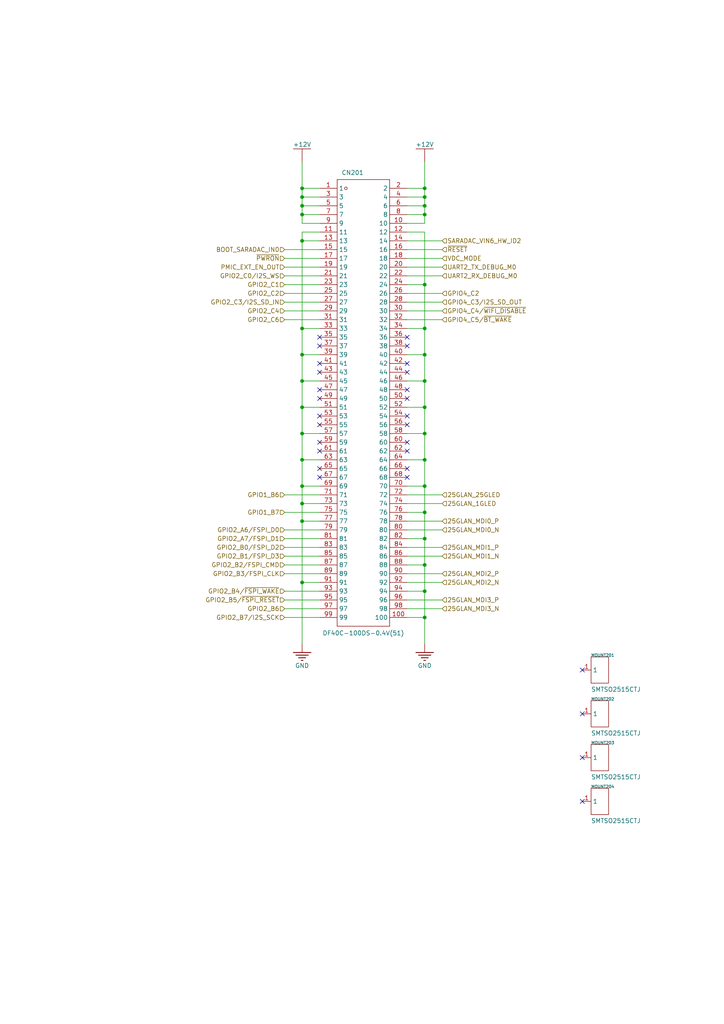
<source format=kicad_sch>
(kicad_sch (version 20250114) (generator "eeschema") (generator_version "9.0")
  (paper "A4" portrait)
  (title_block (title "CM3588 Connector 1"))
  (lib_symbols
    (symbol "mainboard:DF40C-100DS-0.4V(51)"
      (symbol "DF40C-100DS-0.4V(51)_1_0"
        (rectangle (start -7.62 63.5) (end 7.62 -66.04))
        (circle (center -5.08 60.96) (radius 0.381))
        (pin input line (at -12.7 60.96 0) (length 5.08) (name "1") (number "1"))
        (pin input line (at -12.7 58.42 0) (length 5.08) (name "3") (number "3"))
        (pin input line (at -12.7 55.88 0) (length 5.08) (name "5") (number "5"))
        (pin input line (at -12.7 53.34 0) (length 5.08) (name "7") (number "7"))
        (pin input line (at -12.7 50.8 0) (length 5.08) (name "9") (number "9"))
        (pin input line (at -12.7 48.26 0) (length 5.08) (name "11") (number "11"))
        (pin input line (at -12.7 45.72 0) (length 5.08) (name "13") (number "13"))
        (pin input line (at -12.7 43.18 0) (length 5.08) (name "15") (number "15"))
        (pin input line (at -12.7 40.64 0) (length 5.08) (name "17") (number "17"))
        (pin input line (at -12.7 38.1 0) (length 5.08) (name "19") (number "19"))
        (pin input line (at -12.7 35.56 0) (length 5.08) (name "21") (number "21"))
        (pin input line (at -12.7 33.02 0) (length 5.08) (name "23") (number "23"))
        (pin input line (at -12.7 30.48 0) (length 5.08) (name "25") (number "25"))
        (pin input line (at -12.7 27.94 0) (length 5.08) (name "27") (number "27"))
        (pin input line (at -12.7 25.4 0) (length 5.08) (name "29") (number "29"))
        (pin input line (at -12.7 22.86 0) (length 5.08) (name "31") (number "31"))
        (pin input line (at -12.7 20.32 0) (length 5.08) (name "33") (number "33"))
        (pin input line (at -12.7 17.78 0) (length 5.08) (name "35") (number "35"))
        (pin input line (at -12.7 15.24 0) (length 5.08) (name "37") (number "37"))
        (pin input line (at -12.7 12.7 0) (length 5.08) (name "39") (number "39"))
        (pin input line (at -12.7 10.16 0) (length 5.08) (name "41") (number "41"))
        (pin input line (at -12.7 7.62 0) (length 5.08) (name "43") (number "43"))
        (pin input line (at -12.7 5.08 0) (length 5.08) (name "45") (number "45"))
        (pin input line (at -12.7 2.54 0) (length 5.08) (name "47") (number "47"))
        (pin input line (at -12.7 0 0) (length 5.08) (name "49") (number "49"))
        (pin input line (at -12.7 -2.54 0) (length 5.08) (name "51") (number "51"))
        (pin input line (at -12.7 -5.08 0) (length 5.08) (name "53") (number "53"))
        (pin input line (at -12.7 -7.62 0) (length 5.08) (name "55") (number "55"))
        (pin input line (at -12.7 -10.16 0) (length 5.08) (name "57") (number "57"))
        (pin input line (at -12.7 -12.7 0) (length 5.08) (name "59") (number "59"))
        (pin input line (at -12.7 -15.24 0) (length 5.08) (name "61") (number "61"))
        (pin input line (at -12.7 -17.78 0) (length 5.08) (name "63") (number "63"))
        (pin input line (at -12.7 -20.32 0) (length 5.08) (name "65") (number "65"))
        (pin input line (at -12.7 -22.86 0) (length 5.08) (name "67") (number "67"))
        (pin input line (at -12.7 -25.4 0) (length 5.08) (name "69") (number "69"))
        (pin input line (at -12.7 -27.94 0) (length 5.08) (name "71") (number "71"))
        (pin input line (at -12.7 -30.48 0) (length 5.08) (name "73") (number "73"))
        (pin input line (at -12.7 -33.02 0) (length 5.08) (name "75") (number "75"))
        (pin input line (at -12.7 -35.56 0) (length 5.08) (name "77") (number "77"))
        (pin input line (at -12.7 -38.1 0) (length 5.08) (name "79") (number "79"))
        (pin input line (at -12.7 -40.64 0) (length 5.08) (name "81") (number "81"))
        (pin input line (at -12.7 -43.18 0) (length 5.08) (name "83") (number "83"))
        (pin input line (at -12.7 -45.72 0) (length 5.08) (name "85") (number "85"))
        (pin input line (at -12.7 -48.26 0) (length 5.08) (name "87") (number "87"))
        (pin input line (at -12.7 -50.8 0) (length 5.08) (name "89") (number "89"))
        (pin input line (at -12.7 -53.34 0) (length 5.08) (name "91") (number "91"))
        (pin input line (at -12.7 -55.88 0) (length 5.08) (name "93") (number "93"))
        (pin input line (at -12.7 -58.42 0) (length 5.08) (name "95") (number "95"))
        (pin input line (at -12.7 -60.96 0) (length 5.08) (name "97") (number "97"))
        (pin input line (at -12.7 -63.5 0) (length 5.08) (name "99") (number "99"))
        (pin input line (at 12.7 60.96 180) (length 5.08) (name "2") (number "2"))
        (pin input line (at 12.7 58.42 180) (length 5.08) (name "4") (number "4"))
        (pin input line (at 12.7 55.88 180) (length 5.08) (name "6") (number "6"))
        (pin input line (at 12.7 53.34 180) (length 5.08) (name "8") (number "8"))
        (pin input line (at 12.7 50.8 180) (length 5.08) (name "10") (number "10"))
        (pin input line (at 12.7 48.26 180) (length 5.08) (name "12") (number "12"))
        (pin input line (at 12.7 45.72 180) (length 5.08) (name "14") (number "14"))
        (pin input line (at 12.7 43.18 180) (length 5.08) (name "16") (number "16"))
        (pin input line (at 12.7 40.64 180) (length 5.08) (name "18") (number "18"))
        (pin input line (at 12.7 38.1 180) (length 5.08) (name "20") (number "20"))
        (pin input line (at 12.7 35.56 180) (length 5.08) (name "22") (number "22"))
        (pin input line (at 12.7 33.02 180) (length 5.08) (name "24") (number "24"))
        (pin input line (at 12.7 30.48 180) (length 5.08) (name "26") (number "26"))
        (pin input line (at 12.7 27.94 180) (length 5.08) (name "28") (number "28"))
        (pin input line (at 12.7 25.4 180) (length 5.08) (name "30") (number "30"))
        (pin input line (at 12.7 22.86 180) (length 5.08) (name "32") (number "32"))
        (pin input line (at 12.7 20.32 180) (length 5.08) (name "34") (number "34"))
        (pin input line (at 12.7 17.78 180) (length 5.08) (name "36") (number "36"))
        (pin input line (at 12.7 15.24 180) (length 5.08) (name "38") (number "38"))
        (pin input line (at 12.7 12.7 180) (length 5.08) (name "40") (number "40"))
        (pin input line (at 12.7 10.16 180) (length 5.08) (name "42") (number "42"))
        (pin input line (at 12.7 7.62 180) (length 5.08) (name "44") (number "44"))
        (pin input line (at 12.7 5.08 180) (length 5.08) (name "46") (number "46"))
        (pin input line (at 12.7 2.54 180) (length 5.08) (name "48") (number "48"))
        (pin input line (at 12.7 0 180) (length 5.08) (name "50") (number "50"))
        (pin input line (at 12.7 -2.54 180) (length 5.08) (name "52") (number "52"))
        (pin input line (at 12.7 -5.08 180) (length 5.08) (name "54") (number "54"))
        (pin input line (at 12.7 -7.62 180) (length 5.08) (name "56") (number "56"))
        (pin input line (at 12.7 -10.16 180) (length 5.08) (name "58") (number "58"))
        (pin input line (at 12.7 -12.7 180) (length 5.08) (name "60") (number "60"))
        (pin input line (at 12.7 -15.24 180) (length 5.08) (name "62") (number "62"))
        (pin input line (at 12.7 -17.78 180) (length 5.08) (name "64") (number "64"))
        (pin input line (at 12.7 -20.32 180) (length 5.08) (name "66") (number "66"))
        (pin input line (at 12.7 -22.86 180) (length 5.08) (name "68") (number "68"))
        (pin input line (at 12.7 -25.4 180) (length 5.08) (name "70") (number "70"))
        (pin input line (at 12.7 -27.94 180) (length 5.08) (name "72") (number "72"))
        (pin input line (at 12.7 -30.48 180) (length 5.08) (name "74") (number "74"))
        (pin input line (at 12.7 -33.02 180) (length 5.08) (name "76") (number "76"))
        (pin input line (at 12.7 -35.56 180) (length 5.08) (name "78") (number "78"))
        (pin input line (at 12.7 -38.1 180) (length 5.08) (name "80") (number "80"))
        (pin input line (at 12.7 -40.64 180) (length 5.08) (name "82") (number "82"))
        (pin input line (at 12.7 -43.18 180) (length 5.08) (name "84") (number "84"))
        (pin input line (at 12.7 -45.72 180) (length 5.08) (name "86") (number "86"))
        (pin input line (at 12.7 -48.26 180) (length 5.08) (name "88") (number "88"))
        (pin input line (at 12.7 -50.8 180) (length 5.08) (name "90") (number "90"))
        (pin input line (at 12.7 -53.34 180) (length 5.08) (name "92") (number "92"))
        (pin input line (at 12.7 -55.88 180) (length 5.08) (name "94") (number "94"))
        (pin input line (at 12.7 -58.42 180) (length 5.08) (name "96") (number "96"))
        (pin input line (at 12.7 -60.96 180) (length 5.08) (name "98") (number "98"))
        (pin input line (at 12.7 -63.5 180) (length 5.08) (name "100") (number "100"))
      )
    )
    (symbol "mainboard:Ground-GND" (power) (pin_numbers (hide yes)) (pin_names (hide yes))
      (property "Value" "GND" (at 0 -6.35 0))
      (symbol "Ground-GND_1_0"
        (polyline (pts (xy -2.54 -2.54) (xy 2.54 -2.54)) (stroke (width 0.254)))
        (polyline (pts (xy -1.778 -3.302) (xy 1.778 -3.302)) (stroke (width 0.254)))
        (polyline (pts (xy -1.016 -4.064) (xy 1.016 -4.064)) (stroke (width 0.254)))
        (polyline (pts (xy -0.254 -4.826) (xy 0.254 -4.826)) (stroke (width 0.254)))
        (pin power_in line (at 0 0 270) (length 2.54) (name "") (number "1"))
      )
    )
    (symbol "mainboard:Power-5V" (power) (pin_numbers (hide yes)) (pin_names (hide yes))
      (symbol "Power-5V_1_0"
        (polyline (pts (xy -2.54 3.81) (xy 2.54 3.81)))
        (polyline (pts (xy 0 3.81) (xy 0 1.27)))
        (pin power_in line (at 0 0 90) (length 1.27) (name "+12V") (number "1"))
      )
    )
    (symbol "mainboard:SMTSO2515CTJ"
      (property "Reference" "U" (at 0 0 0))
      (symbol "SMTSO2515CTJ_1_0"
        (rectangle (start 0 -3.81) (end 5.08 3.81))
        (pin input line (at -2.54 0 0) (length 2.54) (name "1") (number "1"))
      )
    )
  )
  (junction (at 87.63 54.61))
  (junction (at 123.19 171.45))
  (junction (at 87.63 151.13))
  (junction (at 87.63 125.73))
  (junction (at 123.19 179.07))
  (junction (at 87.63 95.25))
  (junction (at 87.63 62.23))
  (junction (at 87.63 59.69))
  (junction (at 123.19 54.61))
  (junction (at 123.19 156.21))
  (junction (at 87.63 118.11))
  (junction (at 87.63 102.87))
  (junction (at 123.19 118.11))
  (junction (at 123.19 57.15))
  (junction (at 123.19 133.35))
  (junction (at 123.19 140.97))
  (junction (at 87.63 146.05))
  (junction (at 123.19 110.49))
  (junction (at 123.19 59.69))
  (junction (at 123.19 102.87))
  (junction (at 87.63 133.35))
  (junction (at 123.19 163.83))
  (junction (at 123.19 125.73))
  (junction (at 123.19 62.23))
  (junction (at 123.19 95.25))
  (junction (at 87.63 168.91))
  (junction (at 87.63 110.49))
  (junction (at 123.19 82.55))
  (junction (at 87.63 69.85))
  (junction (at 123.19 148.59))
  (junction (at 87.63 140.97))
  (junction (at 87.63 57.15))
  (no_connect (at 92.71 115.57))
  (no_connect (at 118.11 105.41))
  (no_connect (at 168.91 219.71))
  (no_connect (at 92.71 105.41))
  (no_connect (at 92.71 130.81))
  (no_connect (at 92.71 123.19))
  (no_connect (at 118.11 120.65))
  (no_connect (at 118.11 115.57))
  (no_connect (at 92.71 128.27))
  (no_connect (at 118.11 100.33))
  (no_connect (at 92.71 120.65))
  (no_connect (at 168.91 194.31))
  (no_connect (at 118.11 107.95))
  (no_connect (at 92.71 135.89))
  (no_connect (at 118.11 113.03))
  (no_connect (at 92.71 97.79))
  (no_connect (at 118.11 123.19))
  (no_connect (at 118.11 130.81))
  (no_connect (at 92.71 113.03))
  (no_connect (at 118.11 135.89))
  (no_connect (at 118.11 97.79))
  (no_connect (at 118.11 128.27))
  (no_connect (at 92.71 107.95))
  (no_connect (at 92.71 100.33))
  (no_connect (at 168.91 207.01))
  (no_connect (at 118.11 138.43))
  (no_connect (at 168.91 232.41))
  (no_connect (at 92.71 138.43))
  (wire (pts (xy 87.63 151.13) (xy 87.63 146.05)))
  (wire (pts (xy 87.63 57.15) (xy 87.63 59.69)))
  (wire (pts (xy 92.71 146.05) (xy 87.63 146.05)))
  (wire (pts (xy 118.11 179.07) (xy 123.19 179.07)))
  (wire (pts (xy 118.11 110.49) (xy 123.19 110.49)))
  (wire (pts (xy 118.11 67.31) (xy 123.19 67.31)))
  (wire (pts (xy 87.63 118.11) (xy 87.63 110.49)))
  (wire (pts (xy 87.63 186.69) (xy 87.63 168.91)))
  (wire (pts (xy 118.11 102.87) (xy 123.19 102.87)))
  (wire (pts (xy 118.11 62.23) (xy 123.19 62.23)))
  (wire (pts (xy 92.71 54.61) (xy 87.63 54.61)))
  (wire (pts (xy 118.11 156.21) (xy 123.19 156.21)))
  (wire (pts (xy 87.63 133.35) (xy 87.63 125.73)))
  (wire (pts (xy 118.11 54.61) (xy 123.19 54.61)))
  (wire (pts (xy 118.11 140.97) (xy 123.19 140.97)))
  (wire (pts (xy 128.27 90.17) (xy 118.11 90.17)))
  (wire (pts (xy 92.71 140.97) (xy 87.63 140.97)))
  (wire (pts (xy 92.71 125.73) (xy 87.63 125.73)))
  (wire (pts (xy 92.71 133.35) (xy 87.63 133.35)))
  (wire (pts (xy 82.55 80.01) (xy 92.71 80.01)))
  (wire (pts (xy 118.11 74.93) (xy 128.27 74.93)))
  (wire (pts (xy 87.63 95.25) (xy 87.63 69.85)))
  (wire (pts (xy 123.19 148.59) (xy 123.19 140.97)))
  (wire (pts (xy 118.11 72.39) (xy 128.27 72.39)))
  (wire (pts (xy 118.11 146.05) (xy 128.27 146.05)))
  (wire (pts (xy 82.55 87.63) (xy 92.71 87.63)))
  (wire (pts (xy 92.71 148.59) (xy 82.55 148.59)))
  (wire (pts (xy 87.63 125.73) (xy 87.63 118.11)))
  (wire (pts (xy 123.19 186.69) (xy 123.19 179.07)))
  (wire (pts (xy 118.11 85.09) (xy 128.27 85.09)))
  (wire (pts (xy 118.11 80.01) (xy 128.27 80.01)))
  (wire (pts (xy 123.19 54.61) (xy 123.19 57.15)))
  (wire (pts (xy 118.11 69.85) (xy 128.27 69.85)))
  (wire (pts (xy 82.55 163.83) (xy 92.71 163.83)))
  (wire (pts (xy 92.71 95.25) (xy 87.63 95.25)))
  (wire (pts (xy 92.71 161.29) (xy 82.55 161.29)))
  (wire (pts (xy 118.11 148.59) (xy 123.19 148.59)))
  (wire (pts (xy 123.19 179.07) (xy 123.19 171.45)))
  (wire (pts (xy 87.63 110.49) (xy 87.63 102.87)))
  (wire (pts (xy 123.19 125.73) (xy 123.19 118.11)))
  (wire (pts (xy 82.55 92.71) (xy 92.71 92.71)))
  (wire (pts (xy 118.11 82.55) (xy 123.19 82.55)))
  (wire (pts (xy 118.11 133.35) (xy 123.19 133.35)))
  (wire (pts (xy 118.11 166.37) (xy 128.27 166.37)))
  (wire (pts (xy 118.11 168.91) (xy 128.27 168.91)))
  (wire (pts (xy 123.19 171.45) (xy 123.19 163.83)))
  (wire (pts (xy 118.11 57.15) (xy 123.19 57.15)))
  (wire (pts (xy 92.71 85.09) (xy 82.55 85.09)))
  (wire (pts (xy 123.19 95.25) (xy 123.19 82.55)))
  (wire (pts (xy 92.71 82.55) (xy 82.55 82.55)))
  (wire (pts (xy 128.27 87.63) (xy 118.11 87.63)))
  (wire (pts (xy 82.55 179.07) (xy 92.71 179.07)))
  (wire (pts (xy 118.11 125.73) (xy 123.19 125.73)))
  (wire (pts (xy 87.63 54.61) (xy 87.63 57.15)))
  (wire (pts (xy 128.27 92.71) (xy 118.11 92.71)))
  (wire (pts (xy 123.19 102.87) (xy 123.19 95.25)))
  (wire (pts (xy 92.71 59.69) (xy 87.63 59.69)))
  (wire (pts (xy 92.71 72.39) (xy 82.55 72.39)))
  (wire (pts (xy 92.71 118.11) (xy 87.63 118.11)))
  (wire (pts (xy 118.11 118.11) (xy 123.19 118.11)))
  (wire (pts (xy 118.11 143.51) (xy 128.27 143.51)))
  (wire (pts (xy 92.71 74.93) (xy 82.55 74.93)))
  (wire (pts (xy 118.11 153.67) (xy 128.27 153.67)))
  (wire (pts (xy 87.63 146.05) (xy 87.63 140.97)))
  (wire (pts (xy 123.19 82.55) (xy 123.19 67.31)))
  (wire (pts (xy 92.71 102.87) (xy 87.63 102.87)))
  (wire (pts (xy 118.11 151.13) (xy 128.27 151.13)))
  (wire (pts (xy 87.63 69.85) (xy 87.63 67.31)))
  (wire (pts (xy 123.19 62.23) (xy 123.19 64.77)))
  (wire (pts (xy 123.19 118.11) (xy 123.19 110.49)))
  (wire (pts (xy 118.11 163.83) (xy 123.19 163.83)))
  (wire (pts (xy 87.63 46.99) (xy 87.63 54.61)))
  (wire (pts (xy 92.71 168.91) (xy 87.63 168.91)))
  (wire (pts (xy 92.71 69.85) (xy 87.63 69.85)))
  (wire (pts (xy 123.19 57.15) (xy 123.19 59.69)))
  (wire (pts (xy 118.11 95.25) (xy 123.19 95.25)))
  (wire (pts (xy 92.71 156.21) (xy 82.55 156.21)))
  (wire (pts (xy 118.11 176.53) (xy 128.27 176.53)))
  (wire (pts (xy 82.55 176.53) (xy 92.71 176.53)))
  (wire (pts (xy 87.63 102.87) (xy 87.63 95.25)))
  (wire (pts (xy 123.19 140.97) (xy 123.19 133.35)))
  (wire (pts (xy 123.19 46.99) (xy 123.19 54.61)))
  (wire (pts (xy 87.63 168.91) (xy 87.63 151.13)))
  (wire (pts (xy 123.19 59.69) (xy 123.19 62.23)))
  (wire (pts (xy 92.71 64.77) (xy 87.63 64.77)))
  (wire (pts (xy 118.11 64.77) (xy 123.19 64.77)))
  (wire (pts (xy 82.55 90.17) (xy 92.71 90.17)))
  (wire (pts (xy 87.63 140.97) (xy 87.63 133.35)))
  (wire (pts (xy 92.71 153.67) (xy 82.55 153.67)))
  (wire (pts (xy 123.19 163.83) (xy 123.19 156.21)))
  (wire (pts (xy 92.71 151.13) (xy 87.63 151.13)))
  (wire (pts (xy 123.19 156.21) (xy 123.19 148.59)))
  (wire (pts (xy 92.71 57.15) (xy 87.63 57.15)))
  (wire (pts (xy 118.11 158.75) (xy 128.27 158.75)))
  (wire (pts (xy 118.11 59.69) (xy 123.19 59.69)))
  (wire (pts (xy 87.63 59.69) (xy 87.63 62.23)))
  (wire (pts (xy 87.63 62.23) (xy 87.63 64.77)))
  (wire (pts (xy 92.71 67.31) (xy 87.63 67.31)))
  (wire (pts (xy 92.71 166.37) (xy 82.55 166.37)))
  (wire (pts (xy 118.11 171.45) (xy 123.19 171.45)))
  (wire (pts (xy 118.11 161.29) (xy 128.27 161.29)))
  (wire (pts (xy 123.19 133.35) (xy 123.19 125.73)))
  (wire (pts (xy 92.71 77.47) (xy 82.55 77.47)))
  (wire (pts (xy 92.71 62.23) (xy 87.63 62.23)))
  (wire (pts (xy 123.19 110.49) (xy 123.19 102.87)))
  (wire (pts (xy 118.11 173.99) (xy 128.27 173.99)))
  (wire (pts (xy 92.71 171.45) (xy 82.55 171.45)))
  (wire (pts (xy 82.55 143.51) (xy 92.71 143.51)))
  (wire (pts (xy 92.71 158.75) (xy 82.55 158.75)))
  (wire (pts (xy 92.71 110.49) (xy 87.63 110.49)))
  (wire (pts (xy 82.55 173.99) (xy 92.71 173.99)))
  (wire (pts (xy 118.11 77.47) (xy 128.27 77.47)))
  (hierarchical_label "UART2_TX_DEBUG_M0" (shape input) (at 128.27 77.47 0))
  (hierarchical_label "GPIO2_B4{slash}~{FSPI_WAKE}" (shape input) (at 82.55 171.45 180))
  (hierarchical_label "GPIO1_B7" (shape input) (at 82.55 148.59 180))
  (hierarchical_label "GPIO4_C4{slash}~{WIFI_DISABLE}" (shape input) (at 128.27 90.17 0))
  (hierarchical_label "GPIO2_C6" (shape input) (at 82.55 92.71 180))
  (hierarchical_label "GPIO2_B1{slash}FSPI_D3" (shape input) (at 82.55 161.29 180))
  (hierarchical_label "GPIO4_C3{slash}I2S_SD_OUT" (shape input) (at 128.27 87.63 0))
  (hierarchical_label "GPIO4_C5{slash}~{BT_WAKE}" (shape input) (at 128.27 92.71 0))
  (hierarchical_label "GPIO2_B3{slash}FSPI_CLK" (shape input) (at 82.55 166.37 180))
  (hierarchical_label "25GLAN_MDI2_P" (shape input) (at 128.27 166.37 0))
  (hierarchical_label "GPIO2_C2" (shape input) (at 82.55 85.09 180))
  (hierarchical_label "BOOT_SARADAC_IN0" (shape input) (at 82.55 72.39 180))
  (hierarchical_label "25GLAN_MDI0_P" (shape input) (at 128.27 151.13 0))
  (hierarchical_label "25GLAN_MDI3_N" (shape input) (at 128.27 176.53 0))
  (hierarchical_label "25GLAN_MDI1_P" (shape input) (at 128.27 158.75 0))
  (hierarchical_label "25GLAN_MDI0_N" (shape input) (at 128.27 153.67 0))
  (hierarchical_label "GPIO2_C1" (shape input) (at 82.55 82.55 180))
  (hierarchical_label "GPIO2_B0{slash}FSPI_D2" (shape input) (at 82.55 158.75 180))
  (hierarchical_label "25GLAN_MDI2_N" (shape input) (at 128.27 168.91 0))
  (hierarchical_label "25GLAN_1GLED" (shape input) (at 128.27 146.05 0))
  (hierarchical_label "GPIO2_B6" (shape input) (at 82.55 176.53 180))
  (hierarchical_label "25GLAN_MDI1_N" (shape input) (at 128.27 161.29 0))
  (hierarchical_label "GPIO2_B5{slash}~{FSPI_RESET}" (shape input) (at 82.55 173.99 180))
  (hierarchical_label "~{RESET}" (shape input) (at 128.27 72.39 0))
  (hierarchical_label "PMIC_EXT_EN_OUT" (shape input) (at 82.55 77.47 180))
  (hierarchical_label "GPIO2_C4" (shape input) (at 82.55 90.17 180))
  (hierarchical_label "25GLAN_MDI3_P" (shape input) (at 128.27 173.99 0))
  (hierarchical_label "GPIO2_B2{slash}FSPI_CMD" (shape input) (at 82.55 163.83 180))
  (hierarchical_label "GPIO2_C3{slash}I2S_SD_IN" (shape input) (at 82.55 87.63 180))
  (hierarchical_label "GPIO2_B7{slash}I2S_SCK" (shape input) (at 82.55 179.07 180))
  (hierarchical_label "~{PWRON}" (shape input) (at 82.55 74.93 180))
  (hierarchical_label "GPIO2_C0{slash}I2S_WS" (shape input) (at 82.55 80.01 180))
  (hierarchical_label "SARADAC_VIN6_HW_ID2" (shape input) (at 128.27 69.85 0))
  (hierarchical_label "GPIO4_C2" (shape input) (at 128.27 85.09 0))
  (hierarchical_label "GPIO2_A6{slash}FSPI_D0" (shape input) (at 82.55 153.67 180))
  (hierarchical_label "VDC_MODE" (shape input) (at 128.27 74.93 0))
  (hierarchical_label "UART2_RX_DEBUG_M0" (shape input) (at 128.27 80.01 0))
  (hierarchical_label "25GLAN_25GLED" (shape input) (at 128.27 143.51 0))
  (hierarchical_label "GPIO1_B6" (shape input) (at 82.55 143.51 180))
  (hierarchical_label "GPIO2_A7{slash}FSPI_D1" (shape input) (at 82.55 156.21 180))
  (symbol (lib_id "mainboard:SMTSO2515CTJ") (at 171.45 232.41 0) (unit 1)
    (property "Reference" "MOUNT204" (at 171.45 228.6 0) (effects (font (size 0.8382 0.8382)) (justify left bottom)))
    (property "Value" "SMTSO2515CTJ" (at 171.45 238.76 0) (effects (justify left bottom)))
    (property "Footprint" "mainboard:SMD_BD6.2-D4.1" (effects (hide yes)))
    (property "Datasheet" "https://atta.szlcsc.com/upload/public/pdf/source/20211122/17CF5E24EB4D4DC090A80DE3D7DE5E21.pdf" (effects (hide yes)))
    (property "Description" "specifications:M2.5X1.5 surface treatment:镀锡 Product Description:- material quality:- model:SMTSO2515CTJ brand:Sinhoo(雄和远景)" (effects (hide yes)))
    (property "Manufacturer Part" "SMTSO2515CTJ" (effects (hide yes)))
    (property "Manufacturer" "Sinhoo(雄和远景)" (effects (hide yes)))
    (property "Supplier Part" "C2915629" (effects (hide yes)))
    (property "Supplier" "LCSC" (effects (hide yes)))
    (property "LCSC Part Name" "雄和远景，电路板表贴圆螺母柱，M2.5X1.5，铜镀锡,1个" (effects (hide yes)))
  )
  (symbol (lib_id "mainboard:Power-5V") (at 123.19 46.99 0) (unit 1)
    (property "Reference" "#PWR0202" (effects (hide yes)))
    (property "Value" "+12V" (at 123.19 41.91 0))
    (property "Footprint" "mainboard:" (effects (hide yes)))
    (property "Description" "Power-5V" (effects (hide yes)))
  )
  (symbol (lib_id "mainboard:Power-5V") (at 87.63 46.99 0) (unit 1)
    (property "Reference" "#PWR0201" (effects (hide yes)))
    (property "Value" "+12V" (at 87.63 41.91 0))
    (property "Footprint" "mainboard:" (effects (hide yes)))
    (property "Description" "Power-5V" (effects (hide yes)))
  )
  (symbol (lib_id "mainboard:Ground-GND") (at 123.19 186.69 0) (unit 1)
    (property "Reference" "#PWR0204" (effects (hide yes)))
    (property "Value" "GND" (at 123.19 193.04 0))
    (property "Footprint" "mainboard:" (effects (hide yes)))
  )
  (symbol (lib_id "mainboard:Ground-GND") (at 87.63 186.69 0) (unit 1)
    (property "Reference" "#PWR0203" (effects (hide yes)))
    (property "Value" "GND" (at 87.63 193.04 0))
    (property "Footprint" "mainboard:" (effects (hide yes)))
  )
  (symbol (lib_id "mainboard:SMTSO2515CTJ") (at 171.45 194.31 0) (unit 1)
    (property "Reference" "MOUNT201" (at 171.45 190.5 0) (effects (font (size 0.8382 0.8382)) (justify left bottom)))
    (property "Value" "SMTSO2515CTJ" (at 171.45 200.66 0) (effects (justify left bottom)))
    (property "Footprint" "mainboard:SMD_BD6.2-D4.1" (effects (hide yes)))
    (property "Datasheet" "https://atta.szlcsc.com/upload/public/pdf/source/20211122/17CF5E24EB4D4DC090A80DE3D7DE5E21.pdf" (effects (hide yes)))
    (property "Description" "specifications:M2.5X1.5 surface treatment:镀锡 Product Description:- material quality:- model:SMTSO2515CTJ brand:Sinhoo(雄和远景)" (effects (hide yes)))
    (property "Manufacturer Part" "SMTSO2515CTJ" (effects (hide yes)))
    (property "Manufacturer" "Sinhoo(雄和远景)" (effects (hide yes)))
    (property "Supplier Part" "C2915629" (effects (hide yes)))
    (property "Supplier" "LCSC" (effects (hide yes)))
    (property "LCSC Part Name" "雄和远景，电路板表贴圆螺母柱，M2.5X1.5，铜镀锡,1个" (effects (hide yes)))
  )
  (symbol (lib_id "mainboard:SMTSO2515CTJ") (at 171.45 207.01 0) (unit 1)
    (property "Reference" "MOUNT202" (at 171.45 203.2 0) (effects (font (size 0.8382 0.8382)) (justify left bottom)))
    (property "Value" "SMTSO2515CTJ" (at 171.45 213.36 0) (effects (justify left bottom)))
    (property "Footprint" "mainboard:SMD_BD6.2-D4.1" (effects (hide yes)))
    (property "Datasheet" "https://atta.szlcsc.com/upload/public/pdf/source/20211122/17CF5E24EB4D4DC090A80DE3D7DE5E21.pdf" (effects (hide yes)))
    (property "Description" "specifications:M2.5X1.5 surface treatment:镀锡 Product Description:- material quality:- model:SMTSO2515CTJ brand:Sinhoo(雄和远景)" (effects (hide yes)))
    (property "Manufacturer Part" "SMTSO2515CTJ" (effects (hide yes)))
    (property "Manufacturer" "Sinhoo(雄和远景)" (effects (hide yes)))
    (property "Supplier Part" "C2915629" (effects (hide yes)))
    (property "Supplier" "LCSC" (effects (hide yes)))
    (property "LCSC Part Name" "雄和远景，电路板表贴圆螺母柱，M2.5X1.5，铜镀锡,1个" (effects (hide yes)))
  )
  (symbol (lib_id "mainboard:SMTSO2515CTJ") (at 171.45 219.71 0) (unit 1)
    (property "Reference" "MOUNT203" (at 171.45 215.9 0) (effects (font (size 0.8382 0.8382)) (justify left bottom)))
    (property "Value" "SMTSO2515CTJ" (at 171.45 226.06 0) (effects (justify left bottom)))
    (property "Footprint" "mainboard:SMD_BD6.2-D4.1" (effects (hide yes)))
    (property "Datasheet" "https://atta.szlcsc.com/upload/public/pdf/source/20211122/17CF5E24EB4D4DC090A80DE3D7DE5E21.pdf" (effects (hide yes)))
    (property "Description" "specifications:M2.5X1.5 surface treatment:镀锡 Product Description:- material quality:- model:SMTSO2515CTJ brand:Sinhoo(雄和远景)" (effects (hide yes)))
    (property "Manufacturer Part" "SMTSO2515CTJ" (effects (hide yes)))
    (property "Manufacturer" "Sinhoo(雄和远景)" (effects (hide yes)))
    (property "Supplier Part" "C2915629" (effects (hide yes)))
    (property "Supplier" "LCSC" (effects (hide yes)))
    (property "LCSC Part Name" "雄和远景，电路板表贴圆螺母柱，M2.5X1.5，铜镀锡,1个" (effects (hide yes)))
  )
  (symbol (lib_id "mainboard:DF40C-100DS-0.4V(51)") (at 105.41 115.57 0) (unit 1)
    (property "Reference" "CN201" (at 99.06 50.8 0) (effects (justify left bottom)))
    (property "Value" "DF40C-100DS-0.4V(51)" (at 105.41 182.88 0) (effects (justify top)))
    (property "Footprint" "mainboard:CONN-SMD_DF40C-100DS-0.4V-51" (effects (hide yes)))
    (property "Datasheet" "https://atta.szlcsc.com/upload/public/pdf/source/20200611/C597932_F50447A8BD413549CB06DCD4A9C7496A.pdf" (effects (hide yes)))
    (property "Description" "Number of Pins:- Pitch:0.4mm Gender:Female Mounting Style:Brick nogging Number of Rows:2 Current Rating (Max):300mA Contact Plating:Gold Operating Temperature Range:-35°C~+85°C Operating Temperature Range:-35°C~+85°C" (effects (hide yes)))
    (property "Manufacturer Part" "DF40C-100DS-0.4V(51)" (effects (hide yes)))
    (property "Manufacturer" "HRS(广濑)" (effects (hide yes)))
    (property "Supplier Part" "C597931" (effects (hide yes)))
    (property "Supplier" "LCSC" (effects (hide yes)))
    (property "LCSC Part Name" "间距:0.4mm 母 立贴" (effects (hide yes)))
  )
)
</source>
